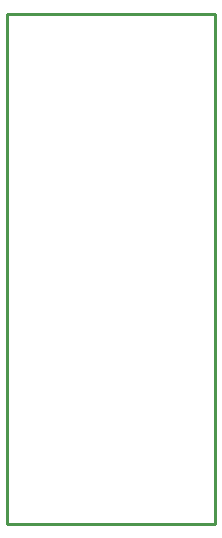
<source format=gbr>
G04 start of page 4 for group 2 idx 2 *
G04 Title: (unknown), outline *
G04 Creator: pcb 20110918 *
G04 CreationDate: Thu Mar  7 19:43:21 2013 UTC *
G04 For: fosse *
G04 Format: Gerber/RS-274X *
G04 PCB-Dimensions: 100000 200000 *
G04 PCB-Coordinate-Origin: lower left *
%MOIN*%
%FSLAX25Y25*%
%LNOUTLINE*%
%ADD142C,0.0100*%
G54D142*X16500Y18000D02*X86000D01*
X16500Y188000D02*X86000D01*
X16500D02*Y18000D01*
X86000D02*Y188000D01*
M02*

</source>
